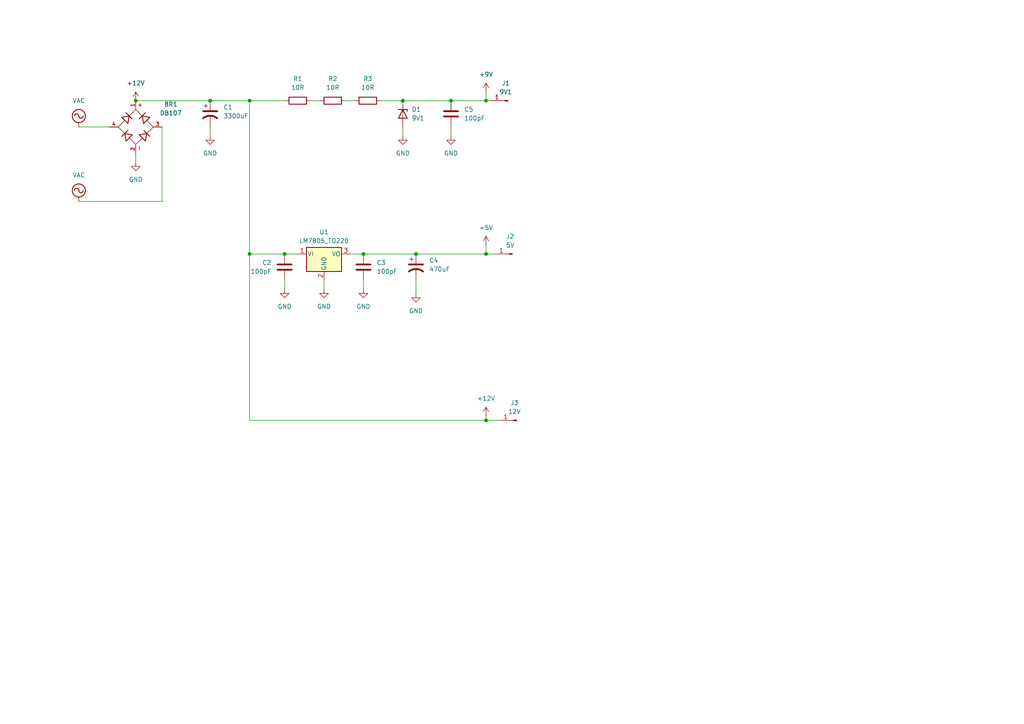
<source format=kicad_sch>
(kicad_sch (version 20230121) (generator eeschema)
  (paper "A4")
  (title_block (title "Dag Supply") (date "2024-02-10") (rev "v0.1.2") (company "DagTech"))
  (lib_symbols
    (symbol "Connector:Conn_01x01_Pin" (pin_names (offset 1.016) hide)
      (property "Reference" "J" (at 0 2.54 0))
      (property "Value" "Conn_01x01_Pin" (at 0 -2.54 0))
      (symbol "Conn_01x01_Pin_1_1"
        (polyline (pts (xy 1.27 0) (xy 0.8636 0)) (stroke (width 0.1524)))
        (rectangle (start 0.8636 0.127) (end 0 -0.127) (stroke (width 0.1524)) (fill (type outline)))
        (pin passive line (at 5.08 0 180) (length 3.81) (name "Pin_1") (number "1"))
      )
    )
    (symbol "DB107:DB107" (pin_names (offset 1.016))
      (property "Reference" "BR" (at 5.08 5.08 0))
      (property "Value" "DB107" (at 5.08 -7.62 0))
      (symbol "DB107_0_0"
        (polyline (pts (xy -6.858 1.27) (xy -5.842 1.27)) (stroke (width 0.1524)))
        (polyline (pts (xy -6.35 0.762) (xy -6.35 1.778)) (stroke (width 0.1524)))
        (polyline (pts (xy -5.08 0) (xy -3.175 -1.905)) (stroke (width 0.1524)))
        (polyline (pts (xy -3.175 -1.905) (xy -2.794 -4.064)) (stroke (width 0.254)))
        (polyline (pts (xy -3.175 -1.905) (xy -1.016 -2.286)) (stroke (width 0.254)))
        (polyline (pts (xy -3.175 1.905) (xy -5.08 0)) (stroke (width 0.1524)))
        (polyline (pts (xy -3.175 1.905) (xy -2.794 4.064)) (stroke (width 0.254)))
        (polyline (pts (xy -3.175 1.905) (xy -1.016 2.286)) (stroke (width 0.254)))
        (polyline (pts (xy -2.3622 -1.0668) (xy -4.1402 -2.8448)) (stroke (width 0.254)))
        (polyline (pts (xy -2.3622 1.016) (xy -4.1402 2.794)) (stroke (width 0.254)))
        (polyline (pts (xy -1.016 -2.286) (xy -2.794 -4.064)) (stroke (width 0.254)))
        (polyline (pts (xy -1.016 2.286) (xy -2.794 4.064)) (stroke (width 0.254)))
        (polyline (pts (xy 0 -5.08) (xy -1.8034 -3.2766)) (stroke (width 0.1524)))
        (polyline (pts (xy 0 -5.08) (xy 1.905 -3.175)) (stroke (width 0.1524)))
        (polyline (pts (xy 0 5.08) (xy -1.8034 3.2766)) (stroke (width 0.1524)))
        (polyline (pts (xy 1.905 -3.175) (xy 2.286 -1.016)) (stroke (width 0.254)))
        (polyline (pts (xy 1.905 -3.175) (xy 4.064 -2.794)) (stroke (width 0.254)))
        (polyline (pts (xy 1.905 3.175) (xy 0 5.08)) (stroke (width 0.1524)))
        (polyline (pts (xy 1.905 3.175) (xy 2.286 1.016)) (stroke (width 0.254)))
        (polyline (pts (xy 1.905 3.175) (xy 4.064 2.794)) (stroke (width 0.254)))
        (polyline (pts (xy 2.7178 -4.0386) (xy 0.9398 -2.2606)) (stroke (width 0.254)))
        (polyline (pts (xy 2.7178 4.0386) (xy 1.0668 2.3876)) (stroke (width 0.254)))
        (polyline (pts (xy 3.2766 -1.8034) (xy 5.08 0)) (stroke (width 0.1524)))
        (polyline (pts (xy 4.064 -2.794) (xy 2.286 -1.016)) (stroke (width 0.254)))
        (polyline (pts (xy 4.064 2.794) (xy 2.286 1.016)) (stroke (width 0.254)))
        (polyline (pts (xy 5.08 0) (xy 3.2766 1.8034)) (stroke (width 0.1524)))
        (polyline (pts (xy 5.588 1.016) (xy 6.604 1.016)) (stroke (width 0.1524)))
        (pin passive line (at -7.62 0 0) (length 2.54) (name "~") (number "1"))
        (pin passive line (at 7.62 0 180) (length 2.54) (name "~") (number "2"))
        (pin passive line (at 0 7.62 270) (length 2.54) (name "~") (number "3"))
        (pin passive line (at 0 -7.62 90) (length 2.54) (name "~") (number "4"))
      )
    )
    (symbol "Device:C" (pin_numbers hide) (pin_names (offset 0.254))
      (property "Reference" "C" (at 0.635 2.54 0))
      (property "Value" "C" (at 0.635 -2.54 0))
      (symbol "C_0_1"
        (polyline (pts (xy -2.032 -0.762) (xy 2.032 -0.762)) (stroke (width 0.508)))
        (polyline (pts (xy -2.032 0.762) (xy 2.032 0.762)) (stroke (width 0.508)))
      )
      (symbol "C_1_1"
        (pin passive line (at 0 3.81 270) (length 2.794) (name "~") (number "1"))
        (pin passive line (at 0 -3.81 90) (length 2.794) (name "~") (number "2"))
      )
    )
    (symbol "Device:C_Polarized_US" (pin_numbers hide) (pin_names (offset 0.254) hide)
      (property "Reference" "C" (at 0.635 2.54 0))
      (property "Value" "C_Polarized_US" (at 0.635 -2.54 0))
      (symbol "C_Polarized_US_0_1"
        (polyline (pts (xy -2.032 0.762) (xy 2.032 0.762)) (stroke (width 0.508)))
        (polyline (pts (xy -1.778 2.286) (xy -0.762 2.286)))
        (polyline (pts (xy -1.27 1.778) (xy -1.27 2.794)))
        (arc (start 2.032 -1.27) (mid 0 -0.5572) (end -2.032 -1.27) (stroke (width 0.508)))
      )
      (symbol "C_Polarized_US_1_1"
        (pin passive line (at 0 3.81 270) (length 2.794) (name "~") (number "1"))
        (pin passive line (at 0 -3.81 90) (length 3.302) (name "~") (number "2"))
      )
    )
    (symbol "Device:D_Zener" (pin_numbers hide) (pin_names (offset 1.016) hide)
      (property "Reference" "D" (at 0 2.54 0))
      (property "Value" "D_Zener" (at 0 -2.54 0))
      (symbol "D_Zener_0_1"
        (polyline (pts (xy 1.27 0) (xy -1.27 0)))
        (polyline (pts (xy -1.27 -1.27) (xy -1.27 1.27) (xy -0.762 1.27)) (stroke (width 0.254)))
        (polyline (pts (xy 1.27 -1.27) (xy 1.27 1.27) (xy -1.27 0) (xy 1.27 -1.27)) (stroke (width 0.254)))
      )
      (symbol "D_Zener_1_1"
        (pin passive line (at -3.81 0 0) (length 2.54) (name "K") (number "1"))
        (pin passive line (at 3.81 0 180) (length 2.54) (name "A") (number "2"))
      )
    )
    (symbol "Device:R" (pin_numbers hide) (pin_names (offset 0))
      (property "Reference" "R" (at 2.032 0 90))
      (property "Value" "R" (at 0 0 90))
      (symbol "R_0_1"
        (rectangle (start -1.016 -2.54) (end 1.016 2.54) (stroke (width 0.254)))
      )
      (symbol "R_1_1"
        (pin passive line (at 0 3.81 270) (length 1.27) (name "~") (number "1"))
        (pin passive line (at 0 -3.81 90) (length 1.27) (name "~") (number "2"))
      )
    )
    (symbol "Regulator_Linear:LM7805_TO220" (pin_names (offset 0.254))
      (property "Reference" "U" (at -3.81 3.175 0))
      (property "Value" "LM7805_TO220" (at 0 3.175 0))
      (symbol "LM7805_TO220_0_1"
        (rectangle (start -5.08 1.905) (end 5.08 -5.08) (stroke (width 0.254)) (fill (type background)))
      )
      (symbol "LM7805_TO220_1_1"
        (pin power_in line (at -7.62 0 0) (length 2.54) (name "VI") (number "1"))
        (pin power_in line (at 0 -7.62 90) (length 2.54) (name "GND") (number "2"))
        (pin power_out line (at 7.62 0 180) (length 2.54) (name "VO") (number "3"))
      )
    )
    (symbol "power:+12V" (power) (pin_names (offset 0))
      (property "Value" "+12V" (at 0 3.556 0))
      (symbol "+12V_0_1"
        (polyline (pts (xy -0.762 1.27) (xy 0 2.54)))
        (polyline (pts (xy 0 0) (xy 0 2.54)))
        (polyline (pts (xy 0 2.54) (xy 0.762 1.27)))
      )
      (symbol "+12V_1_1"
        (pin power_in line (at 0 0 90) (length 0) hide (name "+12V") (number "1"))
      )
    )
    (symbol "power:+5V" (power) (pin_names (offset 0))
      (property "Value" "+5V" (at 0 3.556 0))
      (symbol "+5V_0_1"
        (polyline (pts (xy -0.762 1.27) (xy 0 2.54)))
        (polyline (pts (xy 0 0) (xy 0 2.54)))
        (polyline (pts (xy 0 2.54) (xy 0.762 1.27)))
      )
      (symbol "+5V_1_1"
        (pin power_in line (at 0 0 90) (length 0) hide (name "+5V") (number "1"))
      )
    )
    (symbol "power:+9V" (power) (pin_names (offset 0))
      (property "Value" "+9V" (at 0 3.556 0))
      (symbol "+9V_0_1"
        (polyline (pts (xy -0.762 1.27) (xy 0 2.54)))
        (polyline (pts (xy 0 0) (xy 0 2.54)))
        (polyline (pts (xy 0 2.54) (xy 0.762 1.27)))
      )
      (symbol "+9V_1_1"
        (pin power_in line (at 0 0 90) (length 0) hide (name "+9V") (number "1"))
      )
    )
    (symbol "power:GND" (power) (pin_names (offset 0))
      (property "Value" "GND" (at 0 -3.81 0))
      (symbol "GND_0_1"
        (polyline (pts (xy 0 0) (xy 0 -1.27) (xy 1.27 -1.27) (xy 0 -2.54) (xy -1.27 -1.27) (xy 0 -1.27)))
      )
      (symbol "GND_1_1"
        (pin power_in line (at 0 0 270) (length 0) hide (name "GND") (number "1"))
      )
    )
    (symbol "power:VAC" (power) (pin_names (offset 0))
      (property "Value" "VAC" (at 0 6.35 0))
      (symbol "VAC_0_1"
        (polyline (pts (xy 0 0) (xy 0 1.27)))
        (arc (start 0 3.175) (mid -0.635 3.8073) (end -1.27 3.175) (stroke (width 0.254)))
        (arc (start 0 3.175) (mid 0.635 2.5427) (end 1.27 3.175) (stroke (width 0.254)))
        (circle (center 0 3.175) (radius 1.905) (stroke (width 0.254)))
      )
      (symbol "VAC_1_1"
        (pin power_in line (at 0 0 90) (length 0) hide (name "VAC") (number "1"))
      )
    )
  )
  (junction (at 130.81 29.21))
  (junction (at 140.97 29.21))
  (junction (at 116.84 29.21))
  (junction (at 72.39 29.21))
  (junction (at 140.97 73.66))
  (junction (at 82.55 73.66))
  (junction (at 60.96 29.21))
  (junction (at 120.65 73.66))
  (junction (at 140.97 121.92))
  (junction (at 105.41 73.66))
  (junction (at 39.37 29.21))
  (junction (at 72.39 73.66))
  (wire (pts (xy 140.97 121.92) (xy 72.39 121.92)))
  (wire (pts (xy 101.6 73.66) (xy 105.41 73.66)))
  (wire (pts (xy 116.84 36.83) (xy 116.84 39.37)))
  (wire (pts (xy 105.41 81.28) (xy 105.41 83.82)))
  (wire (pts (xy 60.96 29.21) (xy 72.39 29.21)))
  (wire (pts (xy 93.98 81.28) (xy 93.98 83.82)))
  (wire (pts (xy 144.78 121.92) (xy 140.97 121.92)))
  (wire (pts (xy 72.39 29.21) (xy 82.55 29.21)))
  (wire (pts (xy 120.65 73.66) (xy 140.97 73.66)))
  (wire (pts (xy 130.81 36.83) (xy 130.81 39.37)))
  (wire (pts (xy 60.96 36.83) (xy 60.96 39.37)))
  (wire (pts (xy 140.97 120.65) (xy 140.97 121.92)))
  (wire (pts (xy 82.55 81.28) (xy 82.55 83.82)))
  (wire (pts (xy 105.41 73.66) (xy 120.65 73.66)))
  (wire (pts (xy 130.81 31.75) (xy 130.81 29.21)))
  (wire (pts (xy 140.97 29.21) (xy 142.24 29.21)))
  (wire (pts (xy 39.37 44.45) (xy 39.37 46.99)))
  (wire (pts (xy 46.99 58.42) (xy 46.99 36.83)))
  (wire (pts (xy 22.86 58.42) (xy 46.99 58.42)))
  (wire (pts (xy 72.39 73.66) (xy 72.39 121.92)))
  (wire (pts (xy 140.97 71.12) (xy 140.97 73.66)))
  (wire (pts (xy 82.55 73.66) (xy 72.39 73.66)))
  (wire (pts (xy 110.49 29.21) (xy 116.84 29.21)))
  (wire (pts (xy 130.81 29.21) (xy 140.97 29.21)))
  (wire (pts (xy 140.97 26.67) (xy 140.97 29.21)))
  (wire (pts (xy 120.65 81.28) (xy 120.65 85.09)))
  (wire (pts (xy 82.55 73.66) (xy 86.36 73.66)))
  (wire (pts (xy 22.86 36.83) (xy 31.75 36.83)))
  (wire (pts (xy 100.33 29.21) (xy 102.87 29.21)))
  (wire (pts (xy 140.97 73.66) (xy 143.51 73.66)))
  (wire (pts (xy 39.37 29.21) (xy 60.96 29.21)))
  (wire (pts (xy 116.84 29.21) (xy 130.81 29.21)))
  (wire (pts (xy 72.39 73.66) (xy 72.39 29.21)))
  (wire (pts (xy 90.17 29.21) (xy 92.71 29.21)))
  (symbol (lib_id "power:GND") (at 39.37 46.99 0) (unit 1)
    (property "Reference" "#PWR01" (effects hide))
    (property "Value" "GND" (at 39.37 52.07 0))
  )
  (symbol (lib_id "power:GND") (at 130.81 39.37 0) (unit 1)
    (property "Reference" "#PWR08" (effects hide))
    (property "Value" "GND" (at 130.81 44.45 0))
  )
  (symbol (lib_id "Device:R") (at 86.36 29.21 90) (unit 1)
    (property "Reference" "R1" (at 86.36 22.86 90))
    (property "Value" "10R" (at 86.36 25.4 90))
    (property "Footprint" "Resistor_THT:R_Axial_DIN0309_L9.0mm_D3.2mm_P15.24mm_Horizontal" (effects hide))
  )
  (symbol (lib_id "Regulator_Linear:LM7805_TO220") (at 93.98 73.66 0) (unit 1)
    (property "Reference" "U1" (at 93.98 67.31 0))
    (property "Value" "LM7805_TO220" (at 93.98 69.85 0))
    (property "Footprint" "Package_TO_SOT_THT:TO-220-3_Vertical" (effects hide))
    (property "Datasheet" "https://www.onsemi.cn/PowerSolutions/document/MC7800-D.PDF" (effects hide))
  )
  (symbol (lib_id "Device:C_Polarized_US") (at 120.65 77.47 0) (unit 1)
    (property "Reference" "C4" (at 124.46 75.565 0) (effects (justify left)))
    (property "Value" "470uF" (at 124.46 78.105 0) (effects (justify left)))
    (property "Footprint" "Capacitor_THT:CP_Radial_D8.0mm_P2.50mm" (effects hide))
  )
  (symbol (lib_id "Connector:Conn_01x01_Pin") (at 149.86 121.92 0) (mirror y) (unit 1)
    (property "Reference" "J3" (at 149.225 116.84 0))
    (property "Value" "12V" (at 149.225 119.38 0))
    (property "Footprint" "Connector_PinHeader_1.00mm:PinHeader_1x01_P1.00mm_Vertical" (effects hide))
  )
  (symbol (lib_id "Device:C_Polarized_US") (at 60.96 33.02 0) (unit 1)
    (property "Reference" "C1" (at 64.77 31.115 0) (effects (justify left)))
    (property "Value" "3300uF" (at 64.77 33.655 0) (effects (justify left)))
    (property "Footprint" "Capacitor_THT:CP_Radial_D12.5mm_P5.00mm" (effects hide))
  )
  (symbol (lib_id "Device:C") (at 105.41 77.47 0) (unit 1)
    (property "Reference" "C3" (at 109.22 76.2 0) (effects (justify left)))
    (property "Value" "100pF" (at 109.22 78.74 0) (effects (justify left)))
    (property "Footprint" "Capacitor_THT:C_Disc_D4.3mm_W1.9mm_P5.00mm" (effects hide))
  )
  (symbol (lib_id "Device:R") (at 96.52 29.21 90) (unit 1)
    (property "Reference" "R2" (at 96.52 22.86 90))
    (property "Value" "10R" (at 96.52 25.4 90))
    (property "Footprint" "Resistor_THT:R_Axial_DIN0309_L9.0mm_D3.2mm_P15.24mm_Horizontal" (effects hide))
  )
  (symbol (lib_id "Device:D_Zener") (at 116.84 33.02 270) (unit 1)
    (property "Reference" "D1" (at 119.38 31.75 90) (effects (justify left)))
    (property "Value" "9V1" (at 119.38 34.29 90) (effects (justify left)))
    (property "Footprint" "Diode_THT:D_T-1_P10.16mm_Horizontal" (effects hide))
  )
  (symbol (lib_id "Connector:Conn_01x01_Pin") (at 147.32 29.21 0) (mirror y) (unit 1)
    (property "Reference" "J1" (at 146.685 24.13 0))
    (property "Value" "9V1" (at 146.685 26.67 0))
    (property "Footprint" "Connector_PinHeader_1.00mm:PinHeader_1x01_P1.00mm_Vertical" (effects hide))
  )
  (symbol (lib_id "Connector:Conn_01x01_Pin") (at 148.59 73.66 0) (mirror y) (unit 1)
    (property "Reference" "J2" (at 147.955 68.58 0))
    (property "Value" "5V" (at 147.955 71.12 0))
    (property "Footprint" "Connector_PinHeader_1.00mm:PinHeader_1x01_P1.00mm_Vertical" (effects hide))
  )
  (symbol (lib_id "power:GND") (at 60.96 39.37 0) (unit 1)
    (property "Reference" "#PWR06" (effects hide))
    (property "Value" "GND" (at 60.96 44.45 0))
  )
  (symbol (lib_id "power:+12V") (at 39.37 29.21 0) (unit 1)
    (property "Reference" "#PWR09" (effects hide))
    (property "Value" "+12V" (at 39.37 24.13 0))
  )
  (symbol (lib_id "power:VAC") (at 22.86 36.83 0) (unit 1)
    (property "Reference" "#PWR011" (effects hide))
    (property "Value" "VAC" (at 22.86 29.21 0))
  )
  (symbol (lib_id "DB107:DB107") (at 39.37 36.83 270) (unit 1)
    (property "Reference" "BR1" (at 49.53 30.2513 90))
    (property "Value" "DB107" (at 49.53 32.7913 90))
    (property "Footprint" "DB107:DIP825W50P509L880H320Q4" (effects hide))
    (property "MF" "Rectron USA" (effects hide))
    (property "MAXIMUM_PACKAGE_HEIGHT" "3.2 mm" (effects hide))
    (property "Package" "SMD-4 Rectron" (effects hide))
    (property "Price" "None" (effects hide))
    (property "Check_prices" "https://www.snapeda.com/parts/DB107/Rectron/view-part/?ref=eda" (effects hide))
    (property "STANDARD" "IPC-7351B" (effects hide))
    (property "PARTREV" "13" (effects hide))
    (property "SnapEDA_Link" "https://www.snapeda.com/parts/DB107/Rectron/view-part/?ref=snap" (effects hide))
    (property "MP" "DB107" (effects hide))
    (property "Description" "\nBridge Rectifier Single Phase Standard 1 kV Surface Mount DB-S\n" (effects hide))
    (property "Availability" "In Stock" (effects hide))
    (property "MANUFACTURER" "EIC Semiconductor" (effects hide))
  )
  (symbol (lib_id "Device:C") (at 82.55 77.47 0) (mirror y) (unit 1)
    (property "Reference" "C2" (at 78.74 76.2 0) (effects (justify left)))
    (property "Value" "100pF" (at 78.74 78.74 0) (effects (justify left)))
    (property "Footprint" "Capacitor_THT:C_Disc_D4.3mm_W1.9mm_P5.00mm" (effects hide))
  )
  (symbol (lib_id "power:GND") (at 116.84 39.37 0) (unit 1)
    (property "Reference" "#PWR07" (effects hide))
    (property "Value" "GND" (at 116.84 44.45 0))
  )
  (symbol (lib_id "power:VAC") (at 22.86 58.42 0) (unit 1)
    (property "Reference" "#PWR010" (effects hide))
    (property "Value" "VAC" (at 22.86 50.8 0))
  )
  (symbol (lib_id "power:GND") (at 82.55 83.82 0) (unit 1)
    (property "Reference" "#PWR03" (effects hide))
    (property "Value" "GND" (at 82.55 88.9 0))
  )
  (symbol (lib_id "power:+12V") (at 140.97 120.65 0) (unit 1)
    (property "Reference" "#PWR012" (effects hide))
    (property "Value" "+12V" (at 140.97 115.57 0))
  )
  (symbol (lib_id "power:GND") (at 120.65 85.09 0) (unit 1)
    (property "Reference" "#PWR05" (effects hide))
    (property "Value" "GND" (at 120.65 90.17 0))
  )
  (symbol (lib_id "Device:C") (at 130.81 33.02 0) (unit 1)
    (property "Reference" "C5" (at 134.62 31.75 0) (effects (justify left)))
    (property "Value" "100pF" (at 134.62 34.29 0) (effects (justify left)))
    (property "Footprint" "Capacitor_THT:C_Disc_D4.3mm_W1.9mm_P5.00mm" (effects hide))
  )
  (symbol (lib_id "power:+5V") (at 140.97 71.12 0) (unit 1)
    (property "Reference" "#PWR014" (effects hide))
    (property "Value" "+5V" (at 140.97 66.04 0))
  )
  (symbol (lib_id "power:+9V") (at 140.97 26.67 0) (unit 1)
    (property "Reference" "#PWR013" (effects hide))
    (property "Value" "+9V" (at 140.97 21.59 0))
  )
  (symbol (lib_id "power:GND") (at 105.41 83.82 0) (unit 1)
    (property "Reference" "#PWR04" (effects hide))
    (property "Value" "GND" (at 105.41 88.9 0))
  )
  (symbol (lib_id "Device:R") (at 106.68 29.21 90) (unit 1)
    (property "Reference" "R3" (at 106.68 22.86 90))
    (property "Value" "10R" (at 106.68 25.4 90))
    (property "Footprint" "Resistor_THT:R_Axial_DIN0309_L9.0mm_D3.2mm_P15.24mm_Horizontal" (effects hide))
  )
  (symbol (lib_id "power:GND") (at 93.98 83.82 0) (unit 1)
    (property "Reference" "#PWR02" (effects hide))
    (property "Value" "GND" (at 93.98 88.9 0))
  )
)
</source>
